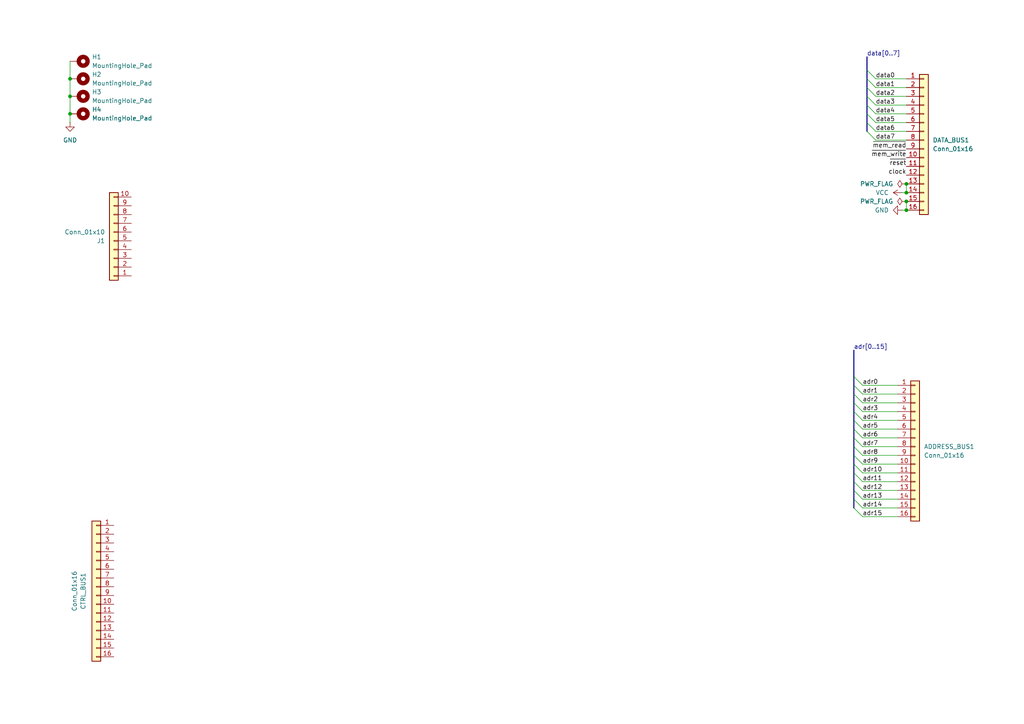
<source format=kicad_sch>
(kicad_sch (version 20250114) (generator "eeschema") (generator_version "9.0")
  (paper "A4")
  (title_block (title "PC-XX TEMPLATE") (rev "A"))
  (lib_symbols
    (symbol "Connector_Generic:Conn_01x10" (pin_names (offset 1.016) (hide yes))
      (property "Reference" "J" (at 0 12.7 0))
      (property "Value" "Conn_01x10" (at 0 -15.24 0))
      (symbol "Conn_01x10_1_1"
        (rectangle (start -1.27 11.43) (end 1.27 -13.97) (stroke (width 0.254)) (fill (type background)))
        (rectangle (start -1.27 10.287) (end 0 10.033) (stroke (width 0.1524)))
        (rectangle (start -1.27 7.747) (end 0 7.493) (stroke (width 0.1524)))
        (rectangle (start -1.27 5.207) (end 0 4.953) (stroke (width 0.1524)))
        (rectangle (start -1.27 2.667) (end 0 2.413) (stroke (width 0.1524)))
        (rectangle (start -1.27 0.127) (end 0 -0.127) (stroke (width 0.1524)))
        (rectangle (start -1.27 -2.413) (end 0 -2.667) (stroke (width 0.1524)))
        (rectangle (start -1.27 -4.953) (end 0 -5.207) (stroke (width 0.1524)))
        (rectangle (start -1.27 -7.493) (end 0 -7.747) (stroke (width 0.1524)))
        (rectangle (start -1.27 -10.033) (end 0 -10.287) (stroke (width 0.1524)))
        (rectangle (start -1.27 -12.573) (end 0 -12.827) (stroke (width 0.1524)))
        (pin passive line (at -5.08 10.16 0) (length 3.81) (name "Pin_1") (number "1"))
        (pin passive line (at -5.08 7.62 0) (length 3.81) (name "Pin_2") (number "2"))
        (pin passive line (at -5.08 5.08 0) (length 3.81) (name "Pin_3") (number "3"))
        (pin passive line (at -5.08 2.54 0) (length 3.81) (name "Pin_4") (number "4"))
        (pin passive line (at -5.08 0 0) (length 3.81) (name "Pin_5") (number "5"))
        (pin passive line (at -5.08 -2.54 0) (length 3.81) (name "Pin_6") (number "6"))
        (pin passive line (at -5.08 -5.08 0) (length 3.81) (name "Pin_7") (number "7"))
        (pin passive line (at -5.08 -7.62 0) (length 3.81) (name "Pin_8") (number "8"))
        (pin passive line (at -5.08 -10.16 0) (length 3.81) (name "Pin_9") (number "9"))
        (pin passive line (at -5.08 -12.7 0) (length 3.81) (name "Pin_10") (number "10"))
      )
    )
    (symbol "Connector_Generic:Conn_01x16" (pin_names (offset 1.016) (hide yes))
      (property "Reference" "J" (at 0 20.32 0))
      (property "Value" "Conn_01x16" (at 0 -22.86 0))
      (symbol "Conn_01x16_1_1"
        (rectangle (start -1.27 19.05) (end 1.27 -21.59) (stroke (width 0.254)) (fill (type background)))
        (rectangle (start -1.27 17.907) (end 0 17.653) (stroke (width 0.1524)))
        (rectangle (start -1.27 15.367) (end 0 15.113) (stroke (width 0.1524)))
        (rectangle (start -1.27 12.827) (end 0 12.573) (stroke (width 0.1524)))
        (rectangle (start -1.27 10.287) (end 0 10.033) (stroke (width 0.1524)))
        (rectangle (start -1.27 7.747) (end 0 7.493) (stroke (width 0.1524)))
        (rectangle (start -1.27 5.207) (end 0 4.953) (stroke (width 0.1524)))
        (rectangle (start -1.27 2.667) (end 0 2.413) (stroke (width 0.1524)))
        (rectangle (start -1.27 0.127) (end 0 -0.127) (stroke (width 0.1524)))
        (rectangle (start -1.27 -2.413) (end 0 -2.667) (stroke (width 0.1524)))
        (rectangle (start -1.27 -4.953) (end 0 -5.207) (stroke (width 0.1524)))
        (rectangle (start -1.27 -7.493) (end 0 -7.747) (stroke (width 0.1524)))
        (rectangle (start -1.27 -10.033) (end 0 -10.287) (stroke (width 0.1524)))
        (rectangle (start -1.27 -12.573) (end 0 -12.827) (stroke (width 0.1524)))
        (rectangle (start -1.27 -15.113) (end 0 -15.367) (stroke (width 0.1524)))
        (rectangle (start -1.27 -17.653) (end 0 -17.907) (stroke (width 0.1524)))
        (rectangle (start -1.27 -20.193) (end 0 -20.447) (stroke (width 0.1524)))
        (pin passive line (at -5.08 17.78 0) (length 3.81) (name "Pin_1") (number "1"))
        (pin passive line (at -5.08 15.24 0) (length 3.81) (name "Pin_2") (number "2"))
        (pin passive line (at -5.08 12.7 0) (length 3.81) (name "Pin_3") (number "3"))
        (pin passive line (at -5.08 10.16 0) (length 3.81) (name "Pin_4") (number "4"))
        (pin passive line (at -5.08 7.62 0) (length 3.81) (name "Pin_5") (number "5"))
        (pin passive line (at -5.08 5.08 0) (length 3.81) (name "Pin_6") (number "6"))
        (pin passive line (at -5.08 2.54 0) (length 3.81) (name "Pin_7") (number "7"))
        (pin passive line (at -5.08 0 0) (length 3.81) (name "Pin_8") (number "8"))
        (pin passive line (at -5.08 -2.54 0) (length 3.81) (name "Pin_9") (number "9"))
        (pin passive line (at -5.08 -5.08 0) (length 3.81) (name "Pin_10") (number "10"))
        (pin passive line (at -5.08 -7.62 0) (length 3.81) (name "Pin_11") (number "11"))
        (pin passive line (at -5.08 -10.16 0) (length 3.81) (name "Pin_12") (number "12"))
        (pin passive line (at -5.08 -12.7 0) (length 3.81) (name "Pin_13") (number "13"))
        (pin passive line (at -5.08 -15.24 0) (length 3.81) (name "Pin_14") (number "14"))
        (pin passive line (at -5.08 -17.78 0) (length 3.81) (name "Pin_15") (number "15"))
        (pin passive line (at -5.08 -20.32 0) (length 3.81) (name "Pin_16") (number "16"))
      )
    )
    (symbol "Mechanical:MountingHole_Pad" (pin_numbers (hide yes)) (pin_names (offset 1.016) (hide yes)) (exclude_from_sim yes) (in_bom no)
      (property "Reference" "H" (at 0 6.35 0))
      (property "Value" "MountingHole_Pad" (at 0 4.445 0))
      (symbol "MountingHole_Pad_0_1"
        (circle (center 0 1.27) (radius 1.27) (stroke (width 1.27)))
      )
      (symbol "MountingHole_Pad_1_1"
        (pin input line (at 0 -2.54 90) (length 2.54) (name "1") (number "1"))
      )
    )
    (symbol "power:GND" (power) (pin_numbers (hide yes)) (pin_names (offset 0) (hide yes))
      (property "Value" "GND" (at 0 -3.81 0))
      (symbol "GND_0_1"
        (polyline (pts (xy 0 0) (xy 0 -1.27) (xy 1.27 -1.27) (xy 0 -2.54) (xy -1.27 -1.27) (xy 0 -1.27)))
      )
      (symbol "GND_1_1"
        (pin power_in line (at 0 0 270) (length 0) (name "~") (number "1"))
      )
    )
    (symbol "power:PWR_FLAG" (power) (pin_numbers (hide yes)) (pin_names (offset 0) (hide yes))
      (property "Value" "PWR_FLAG" (at 0 3.81 0))
      (symbol "PWR_FLAG_0_0"
        (pin power_out line (at 0 0 90) (length 0) (name "~") (number "1"))
      )
      (symbol "PWR_FLAG_0_1"
        (polyline (pts (xy 0 0) (xy 0 1.27) (xy -1.016 1.905) (xy 0 2.54) (xy 1.016 1.905) (xy 0 1.27)))
      )
    )
    (symbol "power:VCC" (power) (pin_numbers (hide yes)) (pin_names (offset 0) (hide yes))
      (property "Value" "VCC" (at 0 3.556 0))
      (symbol "VCC_0_1"
        (polyline (pts (xy -0.762 1.27) (xy 0 2.54)))
        (polyline (pts (xy 0 2.54) (xy 0.762 1.27)))
        (polyline (pts (xy 0 0) (xy 0 2.54)))
      )
      (symbol "VCC_1_1"
        (pin power_in line (at 0 0 90) (length 0) (name "~") (number "1"))
      )
    )
  )
  (junction (at 262.89 58.42))
  (junction (at 20.32 33.02))
  (junction (at 20.32 27.94))
  (junction (at 262.89 53.34))
  (junction (at 20.32 22.86))
  (junction (at 262.89 55.88))
  (junction (at 262.89 60.96))
  (bus_entry (at 251.46 20.32) (size 2.54 2.54))
  (bus_entry (at 247.65 127) (size 2.54 2.54))
  (bus_entry (at 251.46 33.02) (size 2.54 2.54))
  (bus_entry (at 247.65 142.24) (size 2.54 2.54))
  (bus_entry (at 251.46 22.86) (size 2.54 2.54))
  (bus_entry (at 247.65 132.08) (size 2.54 2.54))
  (bus_entry (at 247.65 139.7) (size 2.54 2.54))
  (bus_entry (at 247.65 111.76) (size 2.54 2.54))
  (bus_entry (at 247.65 147.32) (size 2.54 2.54))
  (bus_entry (at 251.46 25.4) (size 2.54 2.54))
  (bus_entry (at 251.46 35.56) (size 2.54 2.54))
  (bus_entry (at 247.65 121.92) (size 2.54 2.54))
  (bus_entry (at 247.65 129.54) (size 2.54 2.54))
  (bus_entry (at 247.65 119.38) (size 2.54 2.54))
  (bus_entry (at 247.65 116.84) (size 2.54 2.54))
  (bus_entry (at 247.65 144.78) (size 2.54 2.54))
  (bus_entry (at 247.65 114.3) (size 2.54 2.54))
  (bus_entry (at 251.46 38.1) (size 2.54 2.54))
  (bus_entry (at 247.65 137.16) (size 2.54 2.54))
  (bus_entry (at 251.46 30.48) (size 2.54 2.54))
  (bus_entry (at 251.46 27.94) (size 2.54 2.54))
  (bus_entry (at 247.65 124.46) (size 2.54 2.54))
  (bus_entry (at 247.65 134.62) (size 2.54 2.54))
  (bus_entry (at 247.65 109.22) (size 2.54 2.54))
  (wire (pts (xy 250.19 111.76) (xy 260.35 111.76)))
  (wire (pts (xy 250.19 124.46) (xy 260.35 124.46)))
  (bus (pts (xy 247.65 139.7) (xy 247.65 142.24)))
  (wire (pts (xy 261.62 60.96) (xy 262.89 60.96)))
  (wire (pts (xy 254 40.64) (xy 262.89 40.64)))
  (bus (pts (xy 247.65 101.6) (xy 247.65 109.22)))
  (bus (pts (xy 247.65 114.3) (xy 247.65 116.84)))
  (bus (pts (xy 247.65 129.54) (xy 247.65 132.08)))
  (wire (pts (xy 250.19 139.7) (xy 260.35 139.7)))
  (wire (pts (xy 250.19 149.86) (xy 260.35 149.86)))
  (wire (pts (xy 250.19 114.3) (xy 260.35 114.3)))
  (bus (pts (xy 251.46 35.56) (xy 251.46 38.1)))
  (wire (pts (xy 250.19 116.84) (xy 260.35 116.84)))
  (wire (pts (xy 20.32 27.94) (xy 20.32 33.02)))
  (wire (pts (xy 20.32 17.78) (xy 20.32 22.86)))
  (wire (pts (xy 250.19 127) (xy 260.35 127)))
  (wire (pts (xy 254 25.4) (xy 262.89 25.4)))
  (wire (pts (xy 250.19 129.54) (xy 260.35 129.54)))
  (bus (pts (xy 247.65 127) (xy 247.65 129.54)))
  (bus (pts (xy 251.46 25.4) (xy 251.46 27.94)))
  (bus (pts (xy 247.65 124.46) (xy 247.65 127)))
  (wire (pts (xy 254 27.94) (xy 262.89 27.94)))
  (wire (pts (xy 250.19 142.24) (xy 260.35 142.24)))
  (wire (pts (xy 250.19 132.08) (xy 260.35 132.08)))
  (wire (pts (xy 250.19 137.16) (xy 260.35 137.16)))
  (bus (pts (xy 247.65 111.76) (xy 247.65 114.3)))
  (bus (pts (xy 251.46 22.86) (xy 251.46 25.4)))
  (bus (pts (xy 247.65 134.62) (xy 247.65 137.16)))
  (bus (pts (xy 251.46 16.51) (xy 251.46 20.32)))
  (wire (pts (xy 254 30.48) (xy 262.89 30.48)))
  (wire (pts (xy 250.19 147.32) (xy 260.35 147.32)))
  (wire (pts (xy 254 35.56) (xy 262.89 35.56)))
  (bus (pts (xy 247.65 109.22) (xy 247.65 111.76)))
  (wire (pts (xy 254 33.02) (xy 262.89 33.02)))
  (bus (pts (xy 251.46 30.48) (xy 251.46 33.02)))
  (wire (pts (xy 261.62 55.88) (xy 262.89 55.88)))
  (wire (pts (xy 250.19 119.38) (xy 260.35 119.38)))
  (bus (pts (xy 251.46 33.02) (xy 251.46 35.56)))
  (bus (pts (xy 247.65 132.08) (xy 247.65 134.62)))
  (wire (pts (xy 250.19 134.62) (xy 260.35 134.62)))
  (wire (pts (xy 250.19 144.78) (xy 260.35 144.78)))
  (bus (pts (xy 247.65 144.78) (xy 247.65 147.32)))
  (bus (pts (xy 251.46 20.32) (xy 251.46 22.86)))
  (bus (pts (xy 247.65 137.16) (xy 247.65 139.7)))
  (wire (pts (xy 254 22.86) (xy 262.89 22.86)))
  (wire (pts (xy 254 38.1) (xy 262.89 38.1)))
  (wire (pts (xy 262.89 58.42) (xy 262.89 60.96)))
  (bus (pts (xy 247.65 119.38) (xy 247.65 121.92)))
  (wire (pts (xy 262.89 53.34) (xy 262.89 55.88)))
  (bus (pts (xy 251.46 27.94) (xy 251.46 30.48)))
  (bus (pts (xy 247.65 116.84) (xy 247.65 119.38)))
  (wire (pts (xy 20.32 35.56) (xy 20.32 33.02)))
  (bus (pts (xy 247.65 142.24) (xy 247.65 144.78)))
  (wire (pts (xy 20.32 22.86) (xy 20.32 27.94)))
  (bus (pts (xy 247.65 121.92) (xy 247.65 124.46)))
  (wire (pts (xy 250.19 121.92) (xy 260.35 121.92)))
  (label "adr14" (at 250.19 147.32 0))
  (label "data3" (at 254 30.48 0))
  (label "adr5" (at 250.19 124.46 0))
  (label "adr13" (at 250.19 144.78 0))
  (label "~{reset}" (at 262.89 48.26 180))
  (label "adr11" (at 250.19 139.7 0))
  (label "adr2" (at 250.19 116.84 0))
  (label "adr6" (at 250.19 127 0))
  (label "data5" (at 254 35.56 0))
  (label "~{mem_write}" (at 262.89 45.72 180))
  (label "~{mem_read}" (at 262.89 43.18 180))
  (label "adr12" (at 250.19 142.24 0))
  (label "adr1" (at 250.19 114.3 0))
  (label "data7" (at 254 40.64 0))
  (label "data4" (at 254 33.02 0))
  (label "adr[0..15]" (at 247.65 101.6 0))
  (label "adr0" (at 250.19 111.76 0))
  (label "adr7" (at 250.19 129.54 0))
  (label "data2" (at 254 27.94 0))
  (label "adr8" (at 250.19 132.08 0))
  (label "clock" (at 262.89 50.8 180))
  (label "adr15" (at 250.19 149.86 0))
  (label "adr4" (at 250.19 121.92 0))
  (label "adr10" (at 250.19 137.16 0))
  (label "data[0..7]" (at 251.46 16.51 0))
  (label "adr9" (at 250.19 134.62 0))
  (label "data1" (at 254 25.4 0))
  (label "data6" (at 254 38.1 0))
  (label "adr3" (at 250.19 119.38 0))
  (label "data0" (at 254 22.86 0))
  (symbol (lib_id "Mechanical:MountingHole_Pad") (at 22.86 22.86 270) (unit 1) (exclude_from_sim yes) (in_bom no)
    (property "Reference" "H2" (at 26.67 21.5899 90) (effects (justify left)))
    (property "Value" "MountingHole_Pad" (at 26.67 24.1299 90) (effects (justify left)))
    (property "Footprint" "MountingHole:MountingHole_3.2mm_M3_Pad_Via" (effects (hide yes)))
    (property "Description" "Mounting Hole with connection" (effects (hide yes)))
  )
  (symbol (lib_id "Mechanical:MountingHole_Pad") (at 22.86 17.78 270) (unit 1) (exclude_from_sim yes) (in_bom no)
    (property "Reference" "H1" (at 26.67 16.5099 90) (effects (justify left)))
    (property "Value" "MountingHole_Pad" (at 26.67 19.0499 90) (effects (justify left)))
    (property "Footprint" "MountingHole:MountingHole_3.2mm_M3_Pad_Via" (effects (hide yes)))
    (property "Description" "Mounting Hole with connection" (effects (hide yes)))
  )
  (symbol (lib_id "Connector_Generic:Conn_01x10") (at 33.02 69.85 180) (unit 1)
    (property "Reference" "J1" (at 30.48 69.8501 0) (effects (justify left)))
    (property "Value" "Conn_01x10" (at 30.48 67.3101 0) (effects (justify left)))
    (property "Footprint" "Connector_IDC:IDC-Header_2x05_P2.54mm_Horizontal" (effects (hide yes)))
    (property "Description" "Generic connector, single row, 01x10, script generated (kicad-library-utils/schlib/autogen/connector/)" (effects (hide yes)))
  )
  (symbol (lib_id "power:GND") (at 20.32 35.56 0) (unit 1)
    (property "Reference" "#PWR013" (effects (hide yes)))
    (property "Value" "GND" (at 20.32 40.64 0))
    (property "Description" "Power symbol creates a global label with name \"GND\" , ground" (effects (hide yes)))
  )
  (symbol (lib_id "Connector_Generic:Conn_01x16") (at 267.97 40.64 0) (unit 1)
    (property "Reference" "DATA_BUS1" (at 270.51 40.6399 0) (effects (justify left)))
    (property "Value" "Conn_01x16" (at 270.51 43.1799 0) (effects (justify left)))
    (property "Footprint" "Connector_IDC:IDC-Header_2x08_P2.54mm_Horizontal" (effects (hide yes)))
    (property "Description" "Generic connector, single row, 01x16, script generated (kicad-library-utils/schlib/autogen/connector/)" (effects (hide yes)))
  )
  (symbol (lib_id "power:PWR_FLAG") (at 262.89 58.42 90) (unit 1)
    (property "Reference" "#FLG02" (effects (hide yes)))
    (property "Value" "PWR_FLAG" (at 259.08 58.4199 90) (effects (justify left)))
    (property "Description" "Special symbol for telling ERC where power comes from" (effects (hide yes)))
  )
  (symbol (lib_id "Mechanical:MountingHole_Pad") (at 22.86 27.94 270) (unit 1) (exclude_from_sim yes) (in_bom no)
    (property "Reference" "H3" (at 26.67 26.6699 90) (effects (justify left)))
    (property "Value" "MountingHole_Pad" (at 26.67 29.2099 90) (effects (justify left)))
    (property "Footprint" "MountingHole:MountingHole_3.2mm_M3_Pad_Via" (effects (hide yes)))
    (property "Description" "Mounting Hole with connection" (effects (hide yes)))
  )
  (symbol (lib_id "Connector_Generic:Conn_01x16") (at 265.43 129.54 0) (unit 1)
    (property "Reference" "ADDRESS_BUS1" (at 267.97 129.5399 0) (effects (justify left)))
    (property "Value" "Conn_01x16" (at 267.97 132.0799 0) (effects (justify left)))
    (property "Footprint" "Connector_IDC:IDC-Header_2x08_P2.54mm_Horizontal" (effects (hide yes)))
    (property "Description" "Generic connector, single row, 01x16, script generated (kicad-library-utils/schlib/autogen/connector/)" (effects (hide yes)))
  )
  (symbol (lib_id "power:GND") (at 261.62 60.96 270) (unit 1)
    (property "Reference" "#PWR021" (effects (hide yes)))
    (property "Value" "GND" (at 257.81 60.9599 90) (effects (justify right)))
    (property "Description" "Power symbol creates a global label with name \"GND\" , ground" (effects (hide yes)))
  )
  (symbol (lib_id "Mechanical:MountingHole_Pad") (at 22.86 33.02 270) (unit 1) (exclude_from_sim yes) (in_bom no)
    (property "Reference" "H4" (at 26.67 31.7499 90) (effects (justify left)))
    (property "Value" "MountingHole_Pad" (at 26.67 34.2899 90) (effects (justify left)))
    (property "Footprint" "MountingHole:MountingHole_3.2mm_M3_Pad_Via" (effects (hide yes)))
    (property "Description" "Mounting Hole with connection" (effects (hide yes)))
  )
  (symbol (lib_id "Connector_Generic:Conn_01x16") (at 27.94 170.18 0) (mirror y) (unit 1)
    (property "Reference" "CTRL_BUS1" (at 24.13 171.45 90))
    (property "Value" "Conn_01x16" (at 21.59 171.45 90))
    (property "Footprint" "Connector_IDC:IDC-Header_2x08_P2.54mm_Horizontal" (effects (hide yes)))
    (property "Description" "Generic connector, single row, 01x16, script generated (kicad-library-utils/schlib/autogen/connector/)" (effects (hide yes)))
  )
  (symbol (lib_id "power:PWR_FLAG") (at 262.89 53.34 90) (unit 1)
    (property "Reference" "#FLG01" (effects (hide yes)))
    (property "Value" "PWR_FLAG" (at 259.08 53.3399 90) (effects (justify left)))
    (property "Description" "Special symbol for telling ERC where power comes from" (effects (hide yes)))
  )
  (symbol (lib_id "power:VCC") (at 261.62 55.88 90) (unit 1)
    (property "Reference" "#PWR022" (effects (hide yes)))
    (property "Value" "VCC" (at 257.81 55.8799 90) (effects (justify left)))
    (property "Description" "Power symbol creates a global label with name \"VCC\"" (effects (hide yes)))
  )
)
</source>
